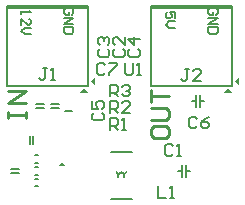
<source format=gbr>
%TF.GenerationSoftware,Altium Limited,Altium Designer,23.9.2 (47)*%
G04 Layer_Color=65535*
%FSLAX45Y45*%
%MOMM*%
%TF.SameCoordinates,14EE52A8-4136-4093-BC95-9A2147CF655B*%
%TF.FilePolarity,Positive*%
%TF.FileFunction,Legend,Top*%
%TF.Part,Single*%
G01*
G75*
%TA.AperFunction,NonConductor*%
%ADD28C,0.25400*%
%ADD31C,0.15000*%
%ADD32C,0.20000*%
G36*
X528921Y349295D02*
X561079Y310706D01*
X496764D01*
X528921Y349295D01*
D02*
G37*
G36*
X713920Y969294D02*
X746078Y930706D01*
X681763D01*
X713920Y969294D01*
D02*
G37*
G36*
X770705Y1028921D02*
X809293Y1061079D01*
Y996764D01*
X770705Y1028921D01*
D02*
G37*
G36*
X1933921Y969294D02*
X1966079Y930706D01*
X1901764D01*
X1933921Y969294D01*
D02*
G37*
G36*
X1990705Y1028921D02*
X2029294Y1061079D01*
Y996764D01*
X1990705Y1028921D01*
D02*
G37*
D28*
X1282249Y621575D02*
Y570792D01*
X1307641Y545400D01*
X1409208D01*
X1434600Y570792D01*
Y621575D01*
X1409208Y646967D01*
X1307641D01*
X1282249Y621575D01*
Y697750D02*
X1409208D01*
X1434600Y723142D01*
Y773926D01*
X1409208Y799318D01*
X1282249D01*
Y850101D02*
Y951668D01*
Y900885D01*
X1434600D01*
X72249Y715400D02*
Y766183D01*
Y740792D01*
X224600D01*
Y715400D01*
Y766183D01*
Y842359D02*
X72249D01*
X224600Y943926D01*
X72249D01*
D31*
X1073752Y259562D02*
G03*
X1054038Y215188I6247J-29342D01*
G01*
X1056093Y215196D02*
G03*
X1004072Y214909I-26093J14804D01*
G01*
X1006097Y215154D02*
G03*
X986884Y259151I-26097J14797D01*
G01*
X298000Y402000D02*
X322000D01*
X298000Y338000D02*
X322000D01*
X298000Y238000D02*
X322000D01*
X298000Y302000D02*
X322000D01*
X298000Y138000D02*
X322000D01*
X298000Y202000D02*
X322000D01*
X940000Y30000D02*
X1120000D01*
X940000Y430000D02*
X1120000D01*
X1280000Y990000D02*
X1970000D01*
X1280000D02*
Y1670000D01*
X1970000D01*
Y990000D02*
Y1670000D01*
X1280000Y1645000D02*
X1970000D01*
X59999Y990000D02*
X749999D01*
X59999D02*
Y1670000D01*
X749999D01*
Y990000D02*
Y1670000D01*
X59999Y1645000D02*
X749999D01*
X285000Y495000D02*
Y565000D01*
X255000Y495000D02*
Y565000D01*
X1665000Y810000D02*
Y910000D01*
X1695000Y810000D02*
Y910000D01*
Y859927D02*
X1730000D01*
X1630000D02*
X1665000Y860000D01*
X95000Y255000D02*
X165000D01*
X95000Y285000D02*
X165000D01*
X550000Y780000D02*
X610000D01*
X305000Y805000D02*
X375000D01*
X305000Y835000D02*
X375000D01*
X435000Y805000D02*
X505000D01*
X435000Y835000D02*
X505000D01*
X1545000Y220000D02*
Y320000D01*
X1575000Y220000D02*
Y320000D01*
Y269927D02*
X1610000D01*
X1510000D02*
X1545000Y270000D01*
X1484974Y1561684D02*
Y1615000D01*
X1444987D01*
X1458316Y1588342D01*
Y1575013D01*
X1444987Y1561684D01*
X1418329D01*
X1405000Y1575013D01*
Y1601671D01*
X1418329Y1615000D01*
X1484974Y1535026D02*
X1431658D01*
X1405000Y1508368D01*
X1431658Y1481710D01*
X1484974D01*
X185000Y1625000D02*
Y1598342D01*
Y1611671D01*
X264974D01*
X251645Y1625000D01*
X185000Y1505039D02*
Y1558355D01*
X238316Y1505039D01*
X251645D01*
X264974Y1518368D01*
Y1545026D01*
X251645Y1558355D01*
X264974Y1478381D02*
X211658D01*
X185000Y1451723D01*
X211658Y1425065D01*
X264974D01*
X1831645Y1591684D02*
X1844974Y1605013D01*
Y1631671D01*
X1831645Y1645000D01*
X1778329D01*
X1765000Y1631671D01*
Y1605013D01*
X1778329Y1591684D01*
X1804987D01*
Y1618342D01*
X1765000Y1565026D02*
X1844974D01*
X1765000Y1511710D01*
X1844974D01*
Y1485052D02*
X1765000D01*
Y1445064D01*
X1778329Y1431736D01*
X1831645D01*
X1844974Y1445064D01*
Y1485052D01*
X611645Y1591684D02*
X624974Y1605013D01*
Y1631671D01*
X611645Y1645000D01*
X558329D01*
X544999Y1631671D01*
Y1605013D01*
X558329Y1591684D01*
X584987D01*
Y1618342D01*
X544999Y1565026D02*
X624974D01*
X544999Y1511710D01*
X624974D01*
Y1485052D02*
X544999D01*
Y1445064D01*
X558329Y1431736D01*
X611645D01*
X624974Y1445064D01*
Y1485052D01*
D32*
X1063355Y1179984D02*
Y1096678D01*
X1080016Y1080016D01*
X1113339D01*
X1130000Y1096678D01*
Y1179984D01*
X1163323Y1080016D02*
X1196645D01*
X1179984D01*
Y1179984D01*
X1163323Y1163323D01*
X936694Y900016D02*
Y999984D01*
X986677D01*
X1003339Y983322D01*
Y950000D01*
X986677Y933338D01*
X936694D01*
X970016D02*
X1003339Y900016D01*
X1036661Y983322D02*
X1053323Y999984D01*
X1086645D01*
X1103306Y983322D01*
Y966661D01*
X1086645Y950000D01*
X1069984D01*
X1086645D01*
X1103306Y933338D01*
Y916677D01*
X1086645Y900016D01*
X1053323D01*
X1036661Y916677D01*
X936694Y760016D02*
Y859984D01*
X986677D01*
X1003339Y843322D01*
Y810000D01*
X986677Y793339D01*
X936694D01*
X970016D02*
X1003339Y760016D01*
X1103306D02*
X1036661D01*
X1103306Y826661D01*
Y843322D01*
X1086645Y859984D01*
X1053323D01*
X1036661Y843322D01*
X933355Y620016D02*
Y719984D01*
X983339D01*
X1000000Y703322D01*
Y670000D01*
X983339Y653339D01*
X933355D01*
X966678D02*
X1000000Y620016D01*
X1033323D02*
X1066645D01*
X1049984D01*
Y719984D01*
X1033323Y703322D01*
X1343355Y139984D02*
Y40016D01*
X1410000D01*
X1443323D02*
X1476645D01*
X1459984D01*
Y139984D01*
X1443323Y123323D01*
X1603339Y1129984D02*
X1570016D01*
X1586678D01*
Y1046678D01*
X1570016Y1030016D01*
X1553355D01*
X1536694Y1046678D01*
X1703306Y1030016D02*
X1636661D01*
X1703306Y1096661D01*
Y1113323D01*
X1686645Y1129984D01*
X1653323D01*
X1636661Y1113323D01*
X400000Y1139984D02*
X366677D01*
X383339D01*
Y1056678D01*
X366677Y1040016D01*
X350016D01*
X333355Y1056678D01*
X433323Y1040016D02*
X466645D01*
X449984D01*
Y1139984D01*
X433323Y1123323D01*
X893339Y1163323D02*
X876677Y1179984D01*
X843355D01*
X826694Y1163323D01*
Y1096678D01*
X843355Y1080016D01*
X876677D01*
X893339Y1096678D01*
X926661Y1179984D02*
X993306D01*
Y1163323D01*
X926661Y1096678D01*
Y1080016D01*
X1673339Y713322D02*
X1656677Y729984D01*
X1623355D01*
X1606694Y713322D01*
Y646677D01*
X1623355Y630016D01*
X1656677D01*
X1673339Y646677D01*
X1773306Y729984D02*
X1739984Y713322D01*
X1706661Y680000D01*
Y646677D01*
X1723323Y630016D01*
X1756645D01*
X1773306Y646677D01*
Y663339D01*
X1756645Y680000D01*
X1706661D01*
X796678Y763339D02*
X780016Y746677D01*
Y713355D01*
X796678Y696694D01*
X863323D01*
X879984Y713355D01*
Y746677D01*
X863323Y763339D01*
X780016Y863306D02*
Y796661D01*
X830000D01*
X813339Y829984D01*
Y846645D01*
X830000Y863306D01*
X863323D01*
X879984Y846645D01*
Y813323D01*
X863323Y796661D01*
X1106677Y1303339D02*
X1090016Y1286677D01*
Y1253355D01*
X1106677Y1236693D01*
X1173323D01*
X1189984Y1253355D01*
Y1286677D01*
X1173323Y1303339D01*
X1189984Y1386645D02*
X1090016D01*
X1140000Y1336661D01*
Y1403306D01*
X846678Y1303339D02*
X830016Y1286677D01*
Y1253355D01*
X846678Y1236693D01*
X913323D01*
X929984Y1253355D01*
Y1286677D01*
X913323Y1303339D01*
X846678Y1336661D02*
X830016Y1353323D01*
Y1386645D01*
X846678Y1403306D01*
X863339D01*
X880000Y1386645D01*
Y1369984D01*
Y1386645D01*
X896661Y1403306D01*
X913323D01*
X929984Y1386645D01*
Y1353323D01*
X913323Y1336661D01*
X976677Y1303338D02*
X960016Y1286677D01*
Y1253355D01*
X976677Y1236693D01*
X1043322D01*
X1059984Y1253355D01*
Y1286677D01*
X1043322Y1303338D01*
X1059984Y1403306D02*
Y1336661D01*
X993339Y1403306D01*
X976677D01*
X960016Y1386645D01*
Y1353322D01*
X976677Y1336661D01*
X1470000Y483323D02*
X1453339Y499984D01*
X1420016D01*
X1403355Y483323D01*
Y416678D01*
X1420016Y400016D01*
X1453339D01*
X1470000Y416678D01*
X1503323Y400016D02*
X1536645D01*
X1519984D01*
Y499984D01*
X1503323Y483323D01*
%TF.MD5,e80b5e730a143df36cbefc7a6c44e6d6*%
M02*

</source>
